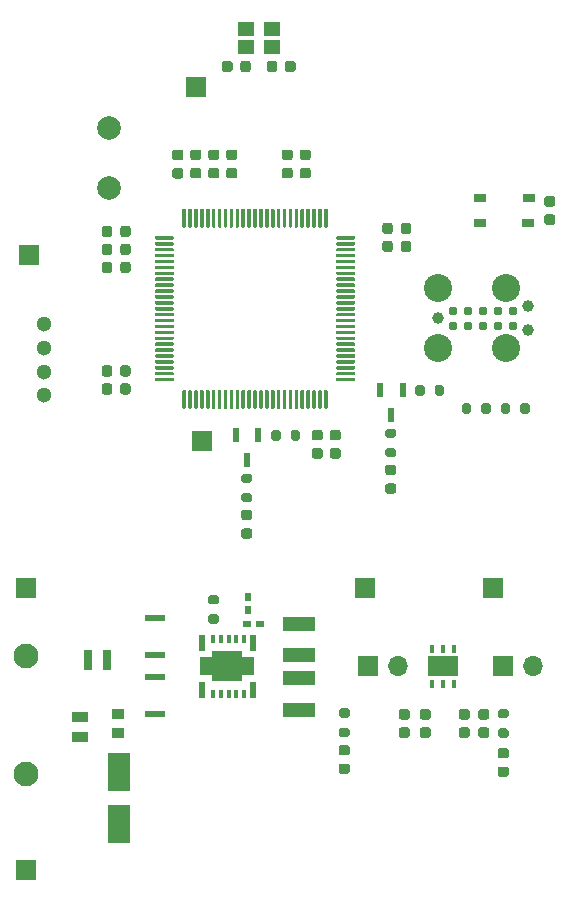
<source format=gbr>
%TF.GenerationSoftware,KiCad,Pcbnew,(5.1.9)-1*%
%TF.CreationDate,2021-03-30T23:29:10-04:00*%
%TF.ProjectId,BasicSTM32,42617369-6353-4544-9d33-322e6b696361,rev?*%
%TF.SameCoordinates,Original*%
%TF.FileFunction,Soldermask,Top*%
%TF.FilePolarity,Negative*%
%FSLAX46Y46*%
G04 Gerber Fmt 4.6, Leading zero omitted, Abs format (unit mm)*
G04 Created by KiCad (PCBNEW (5.1.9)-1) date 2021-03-30 23:29:10*
%MOMM*%
%LPD*%
G01*
G04 APERTURE LIST*
%ADD10C,1.300000*%
%ADD11R,1.700000X1.700000*%
%ADD12R,2.720000X1.260000*%
%ADD13R,1.820000X0.620000*%
%ADD14R,0.800000X1.800000*%
%ADD15C,2.100000*%
%ADD16R,1.400000X1.200000*%
%ADD17R,1.050000X0.650000*%
%ADD18R,0.600000X0.750000*%
%ADD19R,0.750000X0.600000*%
%ADD20R,1.000000X0.900000*%
%ADD21R,0.600000X1.300000*%
%ADD22C,0.787400*%
%ADD23C,2.374900*%
%ADD24C,0.990600*%
%ADD25O,1.700000X1.700000*%
%ADD26R,2.500000X1.750000*%
%ADD27R,0.400000X0.800000*%
%ADD28R,1.050000X1.500000*%
%ADD29R,2.500000X2.500000*%
%ADD30R,0.500000X1.400000*%
%ADD31R,0.350000X0.700000*%
%ADD32C,2.000000*%
%ADD33R,1.850000X3.250000*%
%ADD34R,1.470000X0.970000*%
G04 APERTURE END LIST*
D10*
%TO.C,J11*%
X71247000Y-104298000D03*
X71247000Y-102298000D03*
X71247000Y-100298000D03*
X71247000Y-98298000D03*
%TD*%
D11*
%TO.C,J2*%
X69723000Y-144526000D03*
%TD*%
%TO.C,C28*%
G36*
G01*
X82800000Y-84397000D02*
X82300000Y-84397000D01*
G75*
G02*
X82075000Y-84172000I0J225000D01*
G01*
X82075000Y-83722000D01*
G75*
G02*
X82300000Y-83497000I225000J0D01*
G01*
X82800000Y-83497000D01*
G75*
G02*
X83025000Y-83722000I0J-225000D01*
G01*
X83025000Y-84172000D01*
G75*
G02*
X82800000Y-84397000I-225000J0D01*
G01*
G37*
G36*
G01*
X82800000Y-85947000D02*
X82300000Y-85947000D01*
G75*
G02*
X82075000Y-85722000I0J225000D01*
G01*
X82075000Y-85272000D01*
G75*
G02*
X82300000Y-85047000I225000J0D01*
G01*
X82800000Y-85047000D01*
G75*
G02*
X83025000Y-85272000I0J-225000D01*
G01*
X83025000Y-85722000D01*
G75*
G02*
X82800000Y-85947000I-225000J0D01*
G01*
G37*
%TD*%
%TO.C,C27*%
G36*
G01*
X84324000Y-84384000D02*
X83824000Y-84384000D01*
G75*
G02*
X83599000Y-84159000I0J225000D01*
G01*
X83599000Y-83709000D01*
G75*
G02*
X83824000Y-83484000I225000J0D01*
G01*
X84324000Y-83484000D01*
G75*
G02*
X84549000Y-83709000I0J-225000D01*
G01*
X84549000Y-84159000D01*
G75*
G02*
X84324000Y-84384000I-225000J0D01*
G01*
G37*
G36*
G01*
X84324000Y-85934000D02*
X83824000Y-85934000D01*
G75*
G02*
X83599000Y-85709000I0J225000D01*
G01*
X83599000Y-85259000D01*
G75*
G02*
X83824000Y-85034000I225000J0D01*
G01*
X84324000Y-85034000D01*
G75*
G02*
X84549000Y-85259000I0J-225000D01*
G01*
X84549000Y-85709000D01*
G75*
G02*
X84324000Y-85934000I-225000J0D01*
G01*
G37*
%TD*%
D12*
%TO.C,C6*%
X92837000Y-126298000D03*
X92837000Y-123638000D03*
%TD*%
%TO.C,C5*%
X92837000Y-128270000D03*
X92837000Y-130930000D03*
%TD*%
D13*
%TO.C,C4*%
X80645000Y-126314000D03*
X80645000Y-123114000D03*
%TD*%
D14*
%TO.C,L1*%
X76530000Y-126746000D03*
X74930000Y-126746000D03*
%TD*%
D15*
%TO.C,J1*%
X69723000Y-136398000D03*
X69723000Y-126398000D03*
%TD*%
D16*
%TO.C,Y1*%
X88308000Y-73241000D03*
X90508000Y-73241000D03*
X90508000Y-74841000D03*
X88308000Y-74841000D03*
%TD*%
%TO.C,U1*%
G36*
G01*
X96043000Y-90817000D02*
X97493000Y-90817000D01*
G75*
G02*
X97568000Y-90892000I0J-75000D01*
G01*
X97568000Y-91042000D01*
G75*
G02*
X97493000Y-91117000I-75000J0D01*
G01*
X96043000Y-91117000D01*
G75*
G02*
X95968000Y-91042000I0J75000D01*
G01*
X95968000Y-90892000D01*
G75*
G02*
X96043000Y-90817000I75000J0D01*
G01*
G37*
G36*
G01*
X96043000Y-91317000D02*
X97493000Y-91317000D01*
G75*
G02*
X97568000Y-91392000I0J-75000D01*
G01*
X97568000Y-91542000D01*
G75*
G02*
X97493000Y-91617000I-75000J0D01*
G01*
X96043000Y-91617000D01*
G75*
G02*
X95968000Y-91542000I0J75000D01*
G01*
X95968000Y-91392000D01*
G75*
G02*
X96043000Y-91317000I75000J0D01*
G01*
G37*
G36*
G01*
X96043000Y-91817000D02*
X97493000Y-91817000D01*
G75*
G02*
X97568000Y-91892000I0J-75000D01*
G01*
X97568000Y-92042000D01*
G75*
G02*
X97493000Y-92117000I-75000J0D01*
G01*
X96043000Y-92117000D01*
G75*
G02*
X95968000Y-92042000I0J75000D01*
G01*
X95968000Y-91892000D01*
G75*
G02*
X96043000Y-91817000I75000J0D01*
G01*
G37*
G36*
G01*
X96043000Y-92317000D02*
X97493000Y-92317000D01*
G75*
G02*
X97568000Y-92392000I0J-75000D01*
G01*
X97568000Y-92542000D01*
G75*
G02*
X97493000Y-92617000I-75000J0D01*
G01*
X96043000Y-92617000D01*
G75*
G02*
X95968000Y-92542000I0J75000D01*
G01*
X95968000Y-92392000D01*
G75*
G02*
X96043000Y-92317000I75000J0D01*
G01*
G37*
G36*
G01*
X96043000Y-92817000D02*
X97493000Y-92817000D01*
G75*
G02*
X97568000Y-92892000I0J-75000D01*
G01*
X97568000Y-93042000D01*
G75*
G02*
X97493000Y-93117000I-75000J0D01*
G01*
X96043000Y-93117000D01*
G75*
G02*
X95968000Y-93042000I0J75000D01*
G01*
X95968000Y-92892000D01*
G75*
G02*
X96043000Y-92817000I75000J0D01*
G01*
G37*
G36*
G01*
X96043000Y-93317000D02*
X97493000Y-93317000D01*
G75*
G02*
X97568000Y-93392000I0J-75000D01*
G01*
X97568000Y-93542000D01*
G75*
G02*
X97493000Y-93617000I-75000J0D01*
G01*
X96043000Y-93617000D01*
G75*
G02*
X95968000Y-93542000I0J75000D01*
G01*
X95968000Y-93392000D01*
G75*
G02*
X96043000Y-93317000I75000J0D01*
G01*
G37*
G36*
G01*
X96043000Y-93817000D02*
X97493000Y-93817000D01*
G75*
G02*
X97568000Y-93892000I0J-75000D01*
G01*
X97568000Y-94042000D01*
G75*
G02*
X97493000Y-94117000I-75000J0D01*
G01*
X96043000Y-94117000D01*
G75*
G02*
X95968000Y-94042000I0J75000D01*
G01*
X95968000Y-93892000D01*
G75*
G02*
X96043000Y-93817000I75000J0D01*
G01*
G37*
G36*
G01*
X96043000Y-94317000D02*
X97493000Y-94317000D01*
G75*
G02*
X97568000Y-94392000I0J-75000D01*
G01*
X97568000Y-94542000D01*
G75*
G02*
X97493000Y-94617000I-75000J0D01*
G01*
X96043000Y-94617000D01*
G75*
G02*
X95968000Y-94542000I0J75000D01*
G01*
X95968000Y-94392000D01*
G75*
G02*
X96043000Y-94317000I75000J0D01*
G01*
G37*
G36*
G01*
X96043000Y-94817000D02*
X97493000Y-94817000D01*
G75*
G02*
X97568000Y-94892000I0J-75000D01*
G01*
X97568000Y-95042000D01*
G75*
G02*
X97493000Y-95117000I-75000J0D01*
G01*
X96043000Y-95117000D01*
G75*
G02*
X95968000Y-95042000I0J75000D01*
G01*
X95968000Y-94892000D01*
G75*
G02*
X96043000Y-94817000I75000J0D01*
G01*
G37*
G36*
G01*
X96043000Y-95317000D02*
X97493000Y-95317000D01*
G75*
G02*
X97568000Y-95392000I0J-75000D01*
G01*
X97568000Y-95542000D01*
G75*
G02*
X97493000Y-95617000I-75000J0D01*
G01*
X96043000Y-95617000D01*
G75*
G02*
X95968000Y-95542000I0J75000D01*
G01*
X95968000Y-95392000D01*
G75*
G02*
X96043000Y-95317000I75000J0D01*
G01*
G37*
G36*
G01*
X96043000Y-95817000D02*
X97493000Y-95817000D01*
G75*
G02*
X97568000Y-95892000I0J-75000D01*
G01*
X97568000Y-96042000D01*
G75*
G02*
X97493000Y-96117000I-75000J0D01*
G01*
X96043000Y-96117000D01*
G75*
G02*
X95968000Y-96042000I0J75000D01*
G01*
X95968000Y-95892000D01*
G75*
G02*
X96043000Y-95817000I75000J0D01*
G01*
G37*
G36*
G01*
X96043000Y-96317000D02*
X97493000Y-96317000D01*
G75*
G02*
X97568000Y-96392000I0J-75000D01*
G01*
X97568000Y-96542000D01*
G75*
G02*
X97493000Y-96617000I-75000J0D01*
G01*
X96043000Y-96617000D01*
G75*
G02*
X95968000Y-96542000I0J75000D01*
G01*
X95968000Y-96392000D01*
G75*
G02*
X96043000Y-96317000I75000J0D01*
G01*
G37*
G36*
G01*
X96043000Y-96817000D02*
X97493000Y-96817000D01*
G75*
G02*
X97568000Y-96892000I0J-75000D01*
G01*
X97568000Y-97042000D01*
G75*
G02*
X97493000Y-97117000I-75000J0D01*
G01*
X96043000Y-97117000D01*
G75*
G02*
X95968000Y-97042000I0J75000D01*
G01*
X95968000Y-96892000D01*
G75*
G02*
X96043000Y-96817000I75000J0D01*
G01*
G37*
G36*
G01*
X96043000Y-97317000D02*
X97493000Y-97317000D01*
G75*
G02*
X97568000Y-97392000I0J-75000D01*
G01*
X97568000Y-97542000D01*
G75*
G02*
X97493000Y-97617000I-75000J0D01*
G01*
X96043000Y-97617000D01*
G75*
G02*
X95968000Y-97542000I0J75000D01*
G01*
X95968000Y-97392000D01*
G75*
G02*
X96043000Y-97317000I75000J0D01*
G01*
G37*
G36*
G01*
X96043000Y-97817000D02*
X97493000Y-97817000D01*
G75*
G02*
X97568000Y-97892000I0J-75000D01*
G01*
X97568000Y-98042000D01*
G75*
G02*
X97493000Y-98117000I-75000J0D01*
G01*
X96043000Y-98117000D01*
G75*
G02*
X95968000Y-98042000I0J75000D01*
G01*
X95968000Y-97892000D01*
G75*
G02*
X96043000Y-97817000I75000J0D01*
G01*
G37*
G36*
G01*
X96043000Y-98317000D02*
X97493000Y-98317000D01*
G75*
G02*
X97568000Y-98392000I0J-75000D01*
G01*
X97568000Y-98542000D01*
G75*
G02*
X97493000Y-98617000I-75000J0D01*
G01*
X96043000Y-98617000D01*
G75*
G02*
X95968000Y-98542000I0J75000D01*
G01*
X95968000Y-98392000D01*
G75*
G02*
X96043000Y-98317000I75000J0D01*
G01*
G37*
G36*
G01*
X96043000Y-98817000D02*
X97493000Y-98817000D01*
G75*
G02*
X97568000Y-98892000I0J-75000D01*
G01*
X97568000Y-99042000D01*
G75*
G02*
X97493000Y-99117000I-75000J0D01*
G01*
X96043000Y-99117000D01*
G75*
G02*
X95968000Y-99042000I0J75000D01*
G01*
X95968000Y-98892000D01*
G75*
G02*
X96043000Y-98817000I75000J0D01*
G01*
G37*
G36*
G01*
X96043000Y-99317000D02*
X97493000Y-99317000D01*
G75*
G02*
X97568000Y-99392000I0J-75000D01*
G01*
X97568000Y-99542000D01*
G75*
G02*
X97493000Y-99617000I-75000J0D01*
G01*
X96043000Y-99617000D01*
G75*
G02*
X95968000Y-99542000I0J75000D01*
G01*
X95968000Y-99392000D01*
G75*
G02*
X96043000Y-99317000I75000J0D01*
G01*
G37*
G36*
G01*
X96043000Y-99817000D02*
X97493000Y-99817000D01*
G75*
G02*
X97568000Y-99892000I0J-75000D01*
G01*
X97568000Y-100042000D01*
G75*
G02*
X97493000Y-100117000I-75000J0D01*
G01*
X96043000Y-100117000D01*
G75*
G02*
X95968000Y-100042000I0J75000D01*
G01*
X95968000Y-99892000D01*
G75*
G02*
X96043000Y-99817000I75000J0D01*
G01*
G37*
G36*
G01*
X96043000Y-100317000D02*
X97493000Y-100317000D01*
G75*
G02*
X97568000Y-100392000I0J-75000D01*
G01*
X97568000Y-100542000D01*
G75*
G02*
X97493000Y-100617000I-75000J0D01*
G01*
X96043000Y-100617000D01*
G75*
G02*
X95968000Y-100542000I0J75000D01*
G01*
X95968000Y-100392000D01*
G75*
G02*
X96043000Y-100317000I75000J0D01*
G01*
G37*
G36*
G01*
X96043000Y-100817000D02*
X97493000Y-100817000D01*
G75*
G02*
X97568000Y-100892000I0J-75000D01*
G01*
X97568000Y-101042000D01*
G75*
G02*
X97493000Y-101117000I-75000J0D01*
G01*
X96043000Y-101117000D01*
G75*
G02*
X95968000Y-101042000I0J75000D01*
G01*
X95968000Y-100892000D01*
G75*
G02*
X96043000Y-100817000I75000J0D01*
G01*
G37*
G36*
G01*
X96043000Y-101317000D02*
X97493000Y-101317000D01*
G75*
G02*
X97568000Y-101392000I0J-75000D01*
G01*
X97568000Y-101542000D01*
G75*
G02*
X97493000Y-101617000I-75000J0D01*
G01*
X96043000Y-101617000D01*
G75*
G02*
X95968000Y-101542000I0J75000D01*
G01*
X95968000Y-101392000D01*
G75*
G02*
X96043000Y-101317000I75000J0D01*
G01*
G37*
G36*
G01*
X96043000Y-101817000D02*
X97493000Y-101817000D01*
G75*
G02*
X97568000Y-101892000I0J-75000D01*
G01*
X97568000Y-102042000D01*
G75*
G02*
X97493000Y-102117000I-75000J0D01*
G01*
X96043000Y-102117000D01*
G75*
G02*
X95968000Y-102042000I0J75000D01*
G01*
X95968000Y-101892000D01*
G75*
G02*
X96043000Y-101817000I75000J0D01*
G01*
G37*
G36*
G01*
X96043000Y-102317000D02*
X97493000Y-102317000D01*
G75*
G02*
X97568000Y-102392000I0J-75000D01*
G01*
X97568000Y-102542000D01*
G75*
G02*
X97493000Y-102617000I-75000J0D01*
G01*
X96043000Y-102617000D01*
G75*
G02*
X95968000Y-102542000I0J75000D01*
G01*
X95968000Y-102392000D01*
G75*
G02*
X96043000Y-102317000I75000J0D01*
G01*
G37*
G36*
G01*
X96043000Y-102817000D02*
X97493000Y-102817000D01*
G75*
G02*
X97568000Y-102892000I0J-75000D01*
G01*
X97568000Y-103042000D01*
G75*
G02*
X97493000Y-103117000I-75000J0D01*
G01*
X96043000Y-103117000D01*
G75*
G02*
X95968000Y-103042000I0J75000D01*
G01*
X95968000Y-102892000D01*
G75*
G02*
X96043000Y-102817000I75000J0D01*
G01*
G37*
G36*
G01*
X95018000Y-103842000D02*
X95168000Y-103842000D01*
G75*
G02*
X95243000Y-103917000I0J-75000D01*
G01*
X95243000Y-105367000D01*
G75*
G02*
X95168000Y-105442000I-75000J0D01*
G01*
X95018000Y-105442000D01*
G75*
G02*
X94943000Y-105367000I0J75000D01*
G01*
X94943000Y-103917000D01*
G75*
G02*
X95018000Y-103842000I75000J0D01*
G01*
G37*
G36*
G01*
X94518000Y-103842000D02*
X94668000Y-103842000D01*
G75*
G02*
X94743000Y-103917000I0J-75000D01*
G01*
X94743000Y-105367000D01*
G75*
G02*
X94668000Y-105442000I-75000J0D01*
G01*
X94518000Y-105442000D01*
G75*
G02*
X94443000Y-105367000I0J75000D01*
G01*
X94443000Y-103917000D01*
G75*
G02*
X94518000Y-103842000I75000J0D01*
G01*
G37*
G36*
G01*
X94018000Y-103842000D02*
X94168000Y-103842000D01*
G75*
G02*
X94243000Y-103917000I0J-75000D01*
G01*
X94243000Y-105367000D01*
G75*
G02*
X94168000Y-105442000I-75000J0D01*
G01*
X94018000Y-105442000D01*
G75*
G02*
X93943000Y-105367000I0J75000D01*
G01*
X93943000Y-103917000D01*
G75*
G02*
X94018000Y-103842000I75000J0D01*
G01*
G37*
G36*
G01*
X93518000Y-103842000D02*
X93668000Y-103842000D01*
G75*
G02*
X93743000Y-103917000I0J-75000D01*
G01*
X93743000Y-105367000D01*
G75*
G02*
X93668000Y-105442000I-75000J0D01*
G01*
X93518000Y-105442000D01*
G75*
G02*
X93443000Y-105367000I0J75000D01*
G01*
X93443000Y-103917000D01*
G75*
G02*
X93518000Y-103842000I75000J0D01*
G01*
G37*
G36*
G01*
X93018000Y-103842000D02*
X93168000Y-103842000D01*
G75*
G02*
X93243000Y-103917000I0J-75000D01*
G01*
X93243000Y-105367000D01*
G75*
G02*
X93168000Y-105442000I-75000J0D01*
G01*
X93018000Y-105442000D01*
G75*
G02*
X92943000Y-105367000I0J75000D01*
G01*
X92943000Y-103917000D01*
G75*
G02*
X93018000Y-103842000I75000J0D01*
G01*
G37*
G36*
G01*
X92518000Y-103842000D02*
X92668000Y-103842000D01*
G75*
G02*
X92743000Y-103917000I0J-75000D01*
G01*
X92743000Y-105367000D01*
G75*
G02*
X92668000Y-105442000I-75000J0D01*
G01*
X92518000Y-105442000D01*
G75*
G02*
X92443000Y-105367000I0J75000D01*
G01*
X92443000Y-103917000D01*
G75*
G02*
X92518000Y-103842000I75000J0D01*
G01*
G37*
G36*
G01*
X92018000Y-103842000D02*
X92168000Y-103842000D01*
G75*
G02*
X92243000Y-103917000I0J-75000D01*
G01*
X92243000Y-105367000D01*
G75*
G02*
X92168000Y-105442000I-75000J0D01*
G01*
X92018000Y-105442000D01*
G75*
G02*
X91943000Y-105367000I0J75000D01*
G01*
X91943000Y-103917000D01*
G75*
G02*
X92018000Y-103842000I75000J0D01*
G01*
G37*
G36*
G01*
X91518000Y-103842000D02*
X91668000Y-103842000D01*
G75*
G02*
X91743000Y-103917000I0J-75000D01*
G01*
X91743000Y-105367000D01*
G75*
G02*
X91668000Y-105442000I-75000J0D01*
G01*
X91518000Y-105442000D01*
G75*
G02*
X91443000Y-105367000I0J75000D01*
G01*
X91443000Y-103917000D01*
G75*
G02*
X91518000Y-103842000I75000J0D01*
G01*
G37*
G36*
G01*
X91018000Y-103842000D02*
X91168000Y-103842000D01*
G75*
G02*
X91243000Y-103917000I0J-75000D01*
G01*
X91243000Y-105367000D01*
G75*
G02*
X91168000Y-105442000I-75000J0D01*
G01*
X91018000Y-105442000D01*
G75*
G02*
X90943000Y-105367000I0J75000D01*
G01*
X90943000Y-103917000D01*
G75*
G02*
X91018000Y-103842000I75000J0D01*
G01*
G37*
G36*
G01*
X90518000Y-103842000D02*
X90668000Y-103842000D01*
G75*
G02*
X90743000Y-103917000I0J-75000D01*
G01*
X90743000Y-105367000D01*
G75*
G02*
X90668000Y-105442000I-75000J0D01*
G01*
X90518000Y-105442000D01*
G75*
G02*
X90443000Y-105367000I0J75000D01*
G01*
X90443000Y-103917000D01*
G75*
G02*
X90518000Y-103842000I75000J0D01*
G01*
G37*
G36*
G01*
X90018000Y-103842000D02*
X90168000Y-103842000D01*
G75*
G02*
X90243000Y-103917000I0J-75000D01*
G01*
X90243000Y-105367000D01*
G75*
G02*
X90168000Y-105442000I-75000J0D01*
G01*
X90018000Y-105442000D01*
G75*
G02*
X89943000Y-105367000I0J75000D01*
G01*
X89943000Y-103917000D01*
G75*
G02*
X90018000Y-103842000I75000J0D01*
G01*
G37*
G36*
G01*
X89518000Y-103842000D02*
X89668000Y-103842000D01*
G75*
G02*
X89743000Y-103917000I0J-75000D01*
G01*
X89743000Y-105367000D01*
G75*
G02*
X89668000Y-105442000I-75000J0D01*
G01*
X89518000Y-105442000D01*
G75*
G02*
X89443000Y-105367000I0J75000D01*
G01*
X89443000Y-103917000D01*
G75*
G02*
X89518000Y-103842000I75000J0D01*
G01*
G37*
G36*
G01*
X89018000Y-103842000D02*
X89168000Y-103842000D01*
G75*
G02*
X89243000Y-103917000I0J-75000D01*
G01*
X89243000Y-105367000D01*
G75*
G02*
X89168000Y-105442000I-75000J0D01*
G01*
X89018000Y-105442000D01*
G75*
G02*
X88943000Y-105367000I0J75000D01*
G01*
X88943000Y-103917000D01*
G75*
G02*
X89018000Y-103842000I75000J0D01*
G01*
G37*
G36*
G01*
X88518000Y-103842000D02*
X88668000Y-103842000D01*
G75*
G02*
X88743000Y-103917000I0J-75000D01*
G01*
X88743000Y-105367000D01*
G75*
G02*
X88668000Y-105442000I-75000J0D01*
G01*
X88518000Y-105442000D01*
G75*
G02*
X88443000Y-105367000I0J75000D01*
G01*
X88443000Y-103917000D01*
G75*
G02*
X88518000Y-103842000I75000J0D01*
G01*
G37*
G36*
G01*
X88018000Y-103842000D02*
X88168000Y-103842000D01*
G75*
G02*
X88243000Y-103917000I0J-75000D01*
G01*
X88243000Y-105367000D01*
G75*
G02*
X88168000Y-105442000I-75000J0D01*
G01*
X88018000Y-105442000D01*
G75*
G02*
X87943000Y-105367000I0J75000D01*
G01*
X87943000Y-103917000D01*
G75*
G02*
X88018000Y-103842000I75000J0D01*
G01*
G37*
G36*
G01*
X87518000Y-103842000D02*
X87668000Y-103842000D01*
G75*
G02*
X87743000Y-103917000I0J-75000D01*
G01*
X87743000Y-105367000D01*
G75*
G02*
X87668000Y-105442000I-75000J0D01*
G01*
X87518000Y-105442000D01*
G75*
G02*
X87443000Y-105367000I0J75000D01*
G01*
X87443000Y-103917000D01*
G75*
G02*
X87518000Y-103842000I75000J0D01*
G01*
G37*
G36*
G01*
X87018000Y-103842000D02*
X87168000Y-103842000D01*
G75*
G02*
X87243000Y-103917000I0J-75000D01*
G01*
X87243000Y-105367000D01*
G75*
G02*
X87168000Y-105442000I-75000J0D01*
G01*
X87018000Y-105442000D01*
G75*
G02*
X86943000Y-105367000I0J75000D01*
G01*
X86943000Y-103917000D01*
G75*
G02*
X87018000Y-103842000I75000J0D01*
G01*
G37*
G36*
G01*
X86518000Y-103842000D02*
X86668000Y-103842000D01*
G75*
G02*
X86743000Y-103917000I0J-75000D01*
G01*
X86743000Y-105367000D01*
G75*
G02*
X86668000Y-105442000I-75000J0D01*
G01*
X86518000Y-105442000D01*
G75*
G02*
X86443000Y-105367000I0J75000D01*
G01*
X86443000Y-103917000D01*
G75*
G02*
X86518000Y-103842000I75000J0D01*
G01*
G37*
G36*
G01*
X86018000Y-103842000D02*
X86168000Y-103842000D01*
G75*
G02*
X86243000Y-103917000I0J-75000D01*
G01*
X86243000Y-105367000D01*
G75*
G02*
X86168000Y-105442000I-75000J0D01*
G01*
X86018000Y-105442000D01*
G75*
G02*
X85943000Y-105367000I0J75000D01*
G01*
X85943000Y-103917000D01*
G75*
G02*
X86018000Y-103842000I75000J0D01*
G01*
G37*
G36*
G01*
X85518000Y-103842000D02*
X85668000Y-103842000D01*
G75*
G02*
X85743000Y-103917000I0J-75000D01*
G01*
X85743000Y-105367000D01*
G75*
G02*
X85668000Y-105442000I-75000J0D01*
G01*
X85518000Y-105442000D01*
G75*
G02*
X85443000Y-105367000I0J75000D01*
G01*
X85443000Y-103917000D01*
G75*
G02*
X85518000Y-103842000I75000J0D01*
G01*
G37*
G36*
G01*
X85018000Y-103842000D02*
X85168000Y-103842000D01*
G75*
G02*
X85243000Y-103917000I0J-75000D01*
G01*
X85243000Y-105367000D01*
G75*
G02*
X85168000Y-105442000I-75000J0D01*
G01*
X85018000Y-105442000D01*
G75*
G02*
X84943000Y-105367000I0J75000D01*
G01*
X84943000Y-103917000D01*
G75*
G02*
X85018000Y-103842000I75000J0D01*
G01*
G37*
G36*
G01*
X84518000Y-103842000D02*
X84668000Y-103842000D01*
G75*
G02*
X84743000Y-103917000I0J-75000D01*
G01*
X84743000Y-105367000D01*
G75*
G02*
X84668000Y-105442000I-75000J0D01*
G01*
X84518000Y-105442000D01*
G75*
G02*
X84443000Y-105367000I0J75000D01*
G01*
X84443000Y-103917000D01*
G75*
G02*
X84518000Y-103842000I75000J0D01*
G01*
G37*
G36*
G01*
X84018000Y-103842000D02*
X84168000Y-103842000D01*
G75*
G02*
X84243000Y-103917000I0J-75000D01*
G01*
X84243000Y-105367000D01*
G75*
G02*
X84168000Y-105442000I-75000J0D01*
G01*
X84018000Y-105442000D01*
G75*
G02*
X83943000Y-105367000I0J75000D01*
G01*
X83943000Y-103917000D01*
G75*
G02*
X84018000Y-103842000I75000J0D01*
G01*
G37*
G36*
G01*
X83518000Y-103842000D02*
X83668000Y-103842000D01*
G75*
G02*
X83743000Y-103917000I0J-75000D01*
G01*
X83743000Y-105367000D01*
G75*
G02*
X83668000Y-105442000I-75000J0D01*
G01*
X83518000Y-105442000D01*
G75*
G02*
X83443000Y-105367000I0J75000D01*
G01*
X83443000Y-103917000D01*
G75*
G02*
X83518000Y-103842000I75000J0D01*
G01*
G37*
G36*
G01*
X83018000Y-103842000D02*
X83168000Y-103842000D01*
G75*
G02*
X83243000Y-103917000I0J-75000D01*
G01*
X83243000Y-105367000D01*
G75*
G02*
X83168000Y-105442000I-75000J0D01*
G01*
X83018000Y-105442000D01*
G75*
G02*
X82943000Y-105367000I0J75000D01*
G01*
X82943000Y-103917000D01*
G75*
G02*
X83018000Y-103842000I75000J0D01*
G01*
G37*
G36*
G01*
X80693000Y-102817000D02*
X82143000Y-102817000D01*
G75*
G02*
X82218000Y-102892000I0J-75000D01*
G01*
X82218000Y-103042000D01*
G75*
G02*
X82143000Y-103117000I-75000J0D01*
G01*
X80693000Y-103117000D01*
G75*
G02*
X80618000Y-103042000I0J75000D01*
G01*
X80618000Y-102892000D01*
G75*
G02*
X80693000Y-102817000I75000J0D01*
G01*
G37*
G36*
G01*
X80693000Y-102317000D02*
X82143000Y-102317000D01*
G75*
G02*
X82218000Y-102392000I0J-75000D01*
G01*
X82218000Y-102542000D01*
G75*
G02*
X82143000Y-102617000I-75000J0D01*
G01*
X80693000Y-102617000D01*
G75*
G02*
X80618000Y-102542000I0J75000D01*
G01*
X80618000Y-102392000D01*
G75*
G02*
X80693000Y-102317000I75000J0D01*
G01*
G37*
G36*
G01*
X80693000Y-101817000D02*
X82143000Y-101817000D01*
G75*
G02*
X82218000Y-101892000I0J-75000D01*
G01*
X82218000Y-102042000D01*
G75*
G02*
X82143000Y-102117000I-75000J0D01*
G01*
X80693000Y-102117000D01*
G75*
G02*
X80618000Y-102042000I0J75000D01*
G01*
X80618000Y-101892000D01*
G75*
G02*
X80693000Y-101817000I75000J0D01*
G01*
G37*
G36*
G01*
X80693000Y-101317000D02*
X82143000Y-101317000D01*
G75*
G02*
X82218000Y-101392000I0J-75000D01*
G01*
X82218000Y-101542000D01*
G75*
G02*
X82143000Y-101617000I-75000J0D01*
G01*
X80693000Y-101617000D01*
G75*
G02*
X80618000Y-101542000I0J75000D01*
G01*
X80618000Y-101392000D01*
G75*
G02*
X80693000Y-101317000I75000J0D01*
G01*
G37*
G36*
G01*
X80693000Y-100817000D02*
X82143000Y-100817000D01*
G75*
G02*
X82218000Y-100892000I0J-75000D01*
G01*
X82218000Y-101042000D01*
G75*
G02*
X82143000Y-101117000I-75000J0D01*
G01*
X80693000Y-101117000D01*
G75*
G02*
X80618000Y-101042000I0J75000D01*
G01*
X80618000Y-100892000D01*
G75*
G02*
X80693000Y-100817000I75000J0D01*
G01*
G37*
G36*
G01*
X80693000Y-100317000D02*
X82143000Y-100317000D01*
G75*
G02*
X82218000Y-100392000I0J-75000D01*
G01*
X82218000Y-100542000D01*
G75*
G02*
X82143000Y-100617000I-75000J0D01*
G01*
X80693000Y-100617000D01*
G75*
G02*
X80618000Y-100542000I0J75000D01*
G01*
X80618000Y-100392000D01*
G75*
G02*
X80693000Y-100317000I75000J0D01*
G01*
G37*
G36*
G01*
X80693000Y-99817000D02*
X82143000Y-99817000D01*
G75*
G02*
X82218000Y-99892000I0J-75000D01*
G01*
X82218000Y-100042000D01*
G75*
G02*
X82143000Y-100117000I-75000J0D01*
G01*
X80693000Y-100117000D01*
G75*
G02*
X80618000Y-100042000I0J75000D01*
G01*
X80618000Y-99892000D01*
G75*
G02*
X80693000Y-99817000I75000J0D01*
G01*
G37*
G36*
G01*
X80693000Y-99317000D02*
X82143000Y-99317000D01*
G75*
G02*
X82218000Y-99392000I0J-75000D01*
G01*
X82218000Y-99542000D01*
G75*
G02*
X82143000Y-99617000I-75000J0D01*
G01*
X80693000Y-99617000D01*
G75*
G02*
X80618000Y-99542000I0J75000D01*
G01*
X80618000Y-99392000D01*
G75*
G02*
X80693000Y-99317000I75000J0D01*
G01*
G37*
G36*
G01*
X80693000Y-98817000D02*
X82143000Y-98817000D01*
G75*
G02*
X82218000Y-98892000I0J-75000D01*
G01*
X82218000Y-99042000D01*
G75*
G02*
X82143000Y-99117000I-75000J0D01*
G01*
X80693000Y-99117000D01*
G75*
G02*
X80618000Y-99042000I0J75000D01*
G01*
X80618000Y-98892000D01*
G75*
G02*
X80693000Y-98817000I75000J0D01*
G01*
G37*
G36*
G01*
X80693000Y-98317000D02*
X82143000Y-98317000D01*
G75*
G02*
X82218000Y-98392000I0J-75000D01*
G01*
X82218000Y-98542000D01*
G75*
G02*
X82143000Y-98617000I-75000J0D01*
G01*
X80693000Y-98617000D01*
G75*
G02*
X80618000Y-98542000I0J75000D01*
G01*
X80618000Y-98392000D01*
G75*
G02*
X80693000Y-98317000I75000J0D01*
G01*
G37*
G36*
G01*
X80693000Y-97817000D02*
X82143000Y-97817000D01*
G75*
G02*
X82218000Y-97892000I0J-75000D01*
G01*
X82218000Y-98042000D01*
G75*
G02*
X82143000Y-98117000I-75000J0D01*
G01*
X80693000Y-98117000D01*
G75*
G02*
X80618000Y-98042000I0J75000D01*
G01*
X80618000Y-97892000D01*
G75*
G02*
X80693000Y-97817000I75000J0D01*
G01*
G37*
G36*
G01*
X80693000Y-97317000D02*
X82143000Y-97317000D01*
G75*
G02*
X82218000Y-97392000I0J-75000D01*
G01*
X82218000Y-97542000D01*
G75*
G02*
X82143000Y-97617000I-75000J0D01*
G01*
X80693000Y-97617000D01*
G75*
G02*
X80618000Y-97542000I0J75000D01*
G01*
X80618000Y-97392000D01*
G75*
G02*
X80693000Y-97317000I75000J0D01*
G01*
G37*
G36*
G01*
X80693000Y-96817000D02*
X82143000Y-96817000D01*
G75*
G02*
X82218000Y-96892000I0J-75000D01*
G01*
X82218000Y-97042000D01*
G75*
G02*
X82143000Y-97117000I-75000J0D01*
G01*
X80693000Y-97117000D01*
G75*
G02*
X80618000Y-97042000I0J75000D01*
G01*
X80618000Y-96892000D01*
G75*
G02*
X80693000Y-96817000I75000J0D01*
G01*
G37*
G36*
G01*
X80693000Y-96317000D02*
X82143000Y-96317000D01*
G75*
G02*
X82218000Y-96392000I0J-75000D01*
G01*
X82218000Y-96542000D01*
G75*
G02*
X82143000Y-96617000I-75000J0D01*
G01*
X80693000Y-96617000D01*
G75*
G02*
X80618000Y-96542000I0J75000D01*
G01*
X80618000Y-96392000D01*
G75*
G02*
X80693000Y-96317000I75000J0D01*
G01*
G37*
G36*
G01*
X80693000Y-95817000D02*
X82143000Y-95817000D01*
G75*
G02*
X82218000Y-95892000I0J-75000D01*
G01*
X82218000Y-96042000D01*
G75*
G02*
X82143000Y-96117000I-75000J0D01*
G01*
X80693000Y-96117000D01*
G75*
G02*
X80618000Y-96042000I0J75000D01*
G01*
X80618000Y-95892000D01*
G75*
G02*
X80693000Y-95817000I75000J0D01*
G01*
G37*
G36*
G01*
X80693000Y-95317000D02*
X82143000Y-95317000D01*
G75*
G02*
X82218000Y-95392000I0J-75000D01*
G01*
X82218000Y-95542000D01*
G75*
G02*
X82143000Y-95617000I-75000J0D01*
G01*
X80693000Y-95617000D01*
G75*
G02*
X80618000Y-95542000I0J75000D01*
G01*
X80618000Y-95392000D01*
G75*
G02*
X80693000Y-95317000I75000J0D01*
G01*
G37*
G36*
G01*
X80693000Y-94817000D02*
X82143000Y-94817000D01*
G75*
G02*
X82218000Y-94892000I0J-75000D01*
G01*
X82218000Y-95042000D01*
G75*
G02*
X82143000Y-95117000I-75000J0D01*
G01*
X80693000Y-95117000D01*
G75*
G02*
X80618000Y-95042000I0J75000D01*
G01*
X80618000Y-94892000D01*
G75*
G02*
X80693000Y-94817000I75000J0D01*
G01*
G37*
G36*
G01*
X80693000Y-94317000D02*
X82143000Y-94317000D01*
G75*
G02*
X82218000Y-94392000I0J-75000D01*
G01*
X82218000Y-94542000D01*
G75*
G02*
X82143000Y-94617000I-75000J0D01*
G01*
X80693000Y-94617000D01*
G75*
G02*
X80618000Y-94542000I0J75000D01*
G01*
X80618000Y-94392000D01*
G75*
G02*
X80693000Y-94317000I75000J0D01*
G01*
G37*
G36*
G01*
X80693000Y-93817000D02*
X82143000Y-93817000D01*
G75*
G02*
X82218000Y-93892000I0J-75000D01*
G01*
X82218000Y-94042000D01*
G75*
G02*
X82143000Y-94117000I-75000J0D01*
G01*
X80693000Y-94117000D01*
G75*
G02*
X80618000Y-94042000I0J75000D01*
G01*
X80618000Y-93892000D01*
G75*
G02*
X80693000Y-93817000I75000J0D01*
G01*
G37*
G36*
G01*
X80693000Y-93317000D02*
X82143000Y-93317000D01*
G75*
G02*
X82218000Y-93392000I0J-75000D01*
G01*
X82218000Y-93542000D01*
G75*
G02*
X82143000Y-93617000I-75000J0D01*
G01*
X80693000Y-93617000D01*
G75*
G02*
X80618000Y-93542000I0J75000D01*
G01*
X80618000Y-93392000D01*
G75*
G02*
X80693000Y-93317000I75000J0D01*
G01*
G37*
G36*
G01*
X80693000Y-92817000D02*
X82143000Y-92817000D01*
G75*
G02*
X82218000Y-92892000I0J-75000D01*
G01*
X82218000Y-93042000D01*
G75*
G02*
X82143000Y-93117000I-75000J0D01*
G01*
X80693000Y-93117000D01*
G75*
G02*
X80618000Y-93042000I0J75000D01*
G01*
X80618000Y-92892000D01*
G75*
G02*
X80693000Y-92817000I75000J0D01*
G01*
G37*
G36*
G01*
X80693000Y-92317000D02*
X82143000Y-92317000D01*
G75*
G02*
X82218000Y-92392000I0J-75000D01*
G01*
X82218000Y-92542000D01*
G75*
G02*
X82143000Y-92617000I-75000J0D01*
G01*
X80693000Y-92617000D01*
G75*
G02*
X80618000Y-92542000I0J75000D01*
G01*
X80618000Y-92392000D01*
G75*
G02*
X80693000Y-92317000I75000J0D01*
G01*
G37*
G36*
G01*
X80693000Y-91817000D02*
X82143000Y-91817000D01*
G75*
G02*
X82218000Y-91892000I0J-75000D01*
G01*
X82218000Y-92042000D01*
G75*
G02*
X82143000Y-92117000I-75000J0D01*
G01*
X80693000Y-92117000D01*
G75*
G02*
X80618000Y-92042000I0J75000D01*
G01*
X80618000Y-91892000D01*
G75*
G02*
X80693000Y-91817000I75000J0D01*
G01*
G37*
G36*
G01*
X80693000Y-91317000D02*
X82143000Y-91317000D01*
G75*
G02*
X82218000Y-91392000I0J-75000D01*
G01*
X82218000Y-91542000D01*
G75*
G02*
X82143000Y-91617000I-75000J0D01*
G01*
X80693000Y-91617000D01*
G75*
G02*
X80618000Y-91542000I0J75000D01*
G01*
X80618000Y-91392000D01*
G75*
G02*
X80693000Y-91317000I75000J0D01*
G01*
G37*
G36*
G01*
X80693000Y-90817000D02*
X82143000Y-90817000D01*
G75*
G02*
X82218000Y-90892000I0J-75000D01*
G01*
X82218000Y-91042000D01*
G75*
G02*
X82143000Y-91117000I-75000J0D01*
G01*
X80693000Y-91117000D01*
G75*
G02*
X80618000Y-91042000I0J75000D01*
G01*
X80618000Y-90892000D01*
G75*
G02*
X80693000Y-90817000I75000J0D01*
G01*
G37*
G36*
G01*
X83018000Y-88492000D02*
X83168000Y-88492000D01*
G75*
G02*
X83243000Y-88567000I0J-75000D01*
G01*
X83243000Y-90017000D01*
G75*
G02*
X83168000Y-90092000I-75000J0D01*
G01*
X83018000Y-90092000D01*
G75*
G02*
X82943000Y-90017000I0J75000D01*
G01*
X82943000Y-88567000D01*
G75*
G02*
X83018000Y-88492000I75000J0D01*
G01*
G37*
G36*
G01*
X83518000Y-88492000D02*
X83668000Y-88492000D01*
G75*
G02*
X83743000Y-88567000I0J-75000D01*
G01*
X83743000Y-90017000D01*
G75*
G02*
X83668000Y-90092000I-75000J0D01*
G01*
X83518000Y-90092000D01*
G75*
G02*
X83443000Y-90017000I0J75000D01*
G01*
X83443000Y-88567000D01*
G75*
G02*
X83518000Y-88492000I75000J0D01*
G01*
G37*
G36*
G01*
X84018000Y-88492000D02*
X84168000Y-88492000D01*
G75*
G02*
X84243000Y-88567000I0J-75000D01*
G01*
X84243000Y-90017000D01*
G75*
G02*
X84168000Y-90092000I-75000J0D01*
G01*
X84018000Y-90092000D01*
G75*
G02*
X83943000Y-90017000I0J75000D01*
G01*
X83943000Y-88567000D01*
G75*
G02*
X84018000Y-88492000I75000J0D01*
G01*
G37*
G36*
G01*
X84518000Y-88492000D02*
X84668000Y-88492000D01*
G75*
G02*
X84743000Y-88567000I0J-75000D01*
G01*
X84743000Y-90017000D01*
G75*
G02*
X84668000Y-90092000I-75000J0D01*
G01*
X84518000Y-90092000D01*
G75*
G02*
X84443000Y-90017000I0J75000D01*
G01*
X84443000Y-88567000D01*
G75*
G02*
X84518000Y-88492000I75000J0D01*
G01*
G37*
G36*
G01*
X85018000Y-88492000D02*
X85168000Y-88492000D01*
G75*
G02*
X85243000Y-88567000I0J-75000D01*
G01*
X85243000Y-90017000D01*
G75*
G02*
X85168000Y-90092000I-75000J0D01*
G01*
X85018000Y-90092000D01*
G75*
G02*
X84943000Y-90017000I0J75000D01*
G01*
X84943000Y-88567000D01*
G75*
G02*
X85018000Y-88492000I75000J0D01*
G01*
G37*
G36*
G01*
X85518000Y-88492000D02*
X85668000Y-88492000D01*
G75*
G02*
X85743000Y-88567000I0J-75000D01*
G01*
X85743000Y-90017000D01*
G75*
G02*
X85668000Y-90092000I-75000J0D01*
G01*
X85518000Y-90092000D01*
G75*
G02*
X85443000Y-90017000I0J75000D01*
G01*
X85443000Y-88567000D01*
G75*
G02*
X85518000Y-88492000I75000J0D01*
G01*
G37*
G36*
G01*
X86018000Y-88492000D02*
X86168000Y-88492000D01*
G75*
G02*
X86243000Y-88567000I0J-75000D01*
G01*
X86243000Y-90017000D01*
G75*
G02*
X86168000Y-90092000I-75000J0D01*
G01*
X86018000Y-90092000D01*
G75*
G02*
X85943000Y-90017000I0J75000D01*
G01*
X85943000Y-88567000D01*
G75*
G02*
X86018000Y-88492000I75000J0D01*
G01*
G37*
G36*
G01*
X86518000Y-88492000D02*
X86668000Y-88492000D01*
G75*
G02*
X86743000Y-88567000I0J-75000D01*
G01*
X86743000Y-90017000D01*
G75*
G02*
X86668000Y-90092000I-75000J0D01*
G01*
X86518000Y-90092000D01*
G75*
G02*
X86443000Y-90017000I0J75000D01*
G01*
X86443000Y-88567000D01*
G75*
G02*
X86518000Y-88492000I75000J0D01*
G01*
G37*
G36*
G01*
X87018000Y-88492000D02*
X87168000Y-88492000D01*
G75*
G02*
X87243000Y-88567000I0J-75000D01*
G01*
X87243000Y-90017000D01*
G75*
G02*
X87168000Y-90092000I-75000J0D01*
G01*
X87018000Y-90092000D01*
G75*
G02*
X86943000Y-90017000I0J75000D01*
G01*
X86943000Y-88567000D01*
G75*
G02*
X87018000Y-88492000I75000J0D01*
G01*
G37*
G36*
G01*
X87518000Y-88492000D02*
X87668000Y-88492000D01*
G75*
G02*
X87743000Y-88567000I0J-75000D01*
G01*
X87743000Y-90017000D01*
G75*
G02*
X87668000Y-90092000I-75000J0D01*
G01*
X87518000Y-90092000D01*
G75*
G02*
X87443000Y-90017000I0J75000D01*
G01*
X87443000Y-88567000D01*
G75*
G02*
X87518000Y-88492000I75000J0D01*
G01*
G37*
G36*
G01*
X88018000Y-88492000D02*
X88168000Y-88492000D01*
G75*
G02*
X88243000Y-88567000I0J-75000D01*
G01*
X88243000Y-90017000D01*
G75*
G02*
X88168000Y-90092000I-75000J0D01*
G01*
X88018000Y-90092000D01*
G75*
G02*
X87943000Y-90017000I0J75000D01*
G01*
X87943000Y-88567000D01*
G75*
G02*
X88018000Y-88492000I75000J0D01*
G01*
G37*
G36*
G01*
X88518000Y-88492000D02*
X88668000Y-88492000D01*
G75*
G02*
X88743000Y-88567000I0J-75000D01*
G01*
X88743000Y-90017000D01*
G75*
G02*
X88668000Y-90092000I-75000J0D01*
G01*
X88518000Y-90092000D01*
G75*
G02*
X88443000Y-90017000I0J75000D01*
G01*
X88443000Y-88567000D01*
G75*
G02*
X88518000Y-88492000I75000J0D01*
G01*
G37*
G36*
G01*
X89018000Y-88492000D02*
X89168000Y-88492000D01*
G75*
G02*
X89243000Y-88567000I0J-75000D01*
G01*
X89243000Y-90017000D01*
G75*
G02*
X89168000Y-90092000I-75000J0D01*
G01*
X89018000Y-90092000D01*
G75*
G02*
X88943000Y-90017000I0J75000D01*
G01*
X88943000Y-88567000D01*
G75*
G02*
X89018000Y-88492000I75000J0D01*
G01*
G37*
G36*
G01*
X89518000Y-88492000D02*
X89668000Y-88492000D01*
G75*
G02*
X89743000Y-88567000I0J-75000D01*
G01*
X89743000Y-90017000D01*
G75*
G02*
X89668000Y-90092000I-75000J0D01*
G01*
X89518000Y-90092000D01*
G75*
G02*
X89443000Y-90017000I0J75000D01*
G01*
X89443000Y-88567000D01*
G75*
G02*
X89518000Y-88492000I75000J0D01*
G01*
G37*
G36*
G01*
X90018000Y-88492000D02*
X90168000Y-88492000D01*
G75*
G02*
X90243000Y-88567000I0J-75000D01*
G01*
X90243000Y-90017000D01*
G75*
G02*
X90168000Y-90092000I-75000J0D01*
G01*
X90018000Y-90092000D01*
G75*
G02*
X89943000Y-90017000I0J75000D01*
G01*
X89943000Y-88567000D01*
G75*
G02*
X90018000Y-88492000I75000J0D01*
G01*
G37*
G36*
G01*
X90518000Y-88492000D02*
X90668000Y-88492000D01*
G75*
G02*
X90743000Y-88567000I0J-75000D01*
G01*
X90743000Y-90017000D01*
G75*
G02*
X90668000Y-90092000I-75000J0D01*
G01*
X90518000Y-90092000D01*
G75*
G02*
X90443000Y-90017000I0J75000D01*
G01*
X90443000Y-88567000D01*
G75*
G02*
X90518000Y-88492000I75000J0D01*
G01*
G37*
G36*
G01*
X91018000Y-88492000D02*
X91168000Y-88492000D01*
G75*
G02*
X91243000Y-88567000I0J-75000D01*
G01*
X91243000Y-90017000D01*
G75*
G02*
X91168000Y-90092000I-75000J0D01*
G01*
X91018000Y-90092000D01*
G75*
G02*
X90943000Y-90017000I0J75000D01*
G01*
X90943000Y-88567000D01*
G75*
G02*
X91018000Y-88492000I75000J0D01*
G01*
G37*
G36*
G01*
X91518000Y-88492000D02*
X91668000Y-88492000D01*
G75*
G02*
X91743000Y-88567000I0J-75000D01*
G01*
X91743000Y-90017000D01*
G75*
G02*
X91668000Y-90092000I-75000J0D01*
G01*
X91518000Y-90092000D01*
G75*
G02*
X91443000Y-90017000I0J75000D01*
G01*
X91443000Y-88567000D01*
G75*
G02*
X91518000Y-88492000I75000J0D01*
G01*
G37*
G36*
G01*
X92018000Y-88492000D02*
X92168000Y-88492000D01*
G75*
G02*
X92243000Y-88567000I0J-75000D01*
G01*
X92243000Y-90017000D01*
G75*
G02*
X92168000Y-90092000I-75000J0D01*
G01*
X92018000Y-90092000D01*
G75*
G02*
X91943000Y-90017000I0J75000D01*
G01*
X91943000Y-88567000D01*
G75*
G02*
X92018000Y-88492000I75000J0D01*
G01*
G37*
G36*
G01*
X92518000Y-88492000D02*
X92668000Y-88492000D01*
G75*
G02*
X92743000Y-88567000I0J-75000D01*
G01*
X92743000Y-90017000D01*
G75*
G02*
X92668000Y-90092000I-75000J0D01*
G01*
X92518000Y-90092000D01*
G75*
G02*
X92443000Y-90017000I0J75000D01*
G01*
X92443000Y-88567000D01*
G75*
G02*
X92518000Y-88492000I75000J0D01*
G01*
G37*
G36*
G01*
X93018000Y-88492000D02*
X93168000Y-88492000D01*
G75*
G02*
X93243000Y-88567000I0J-75000D01*
G01*
X93243000Y-90017000D01*
G75*
G02*
X93168000Y-90092000I-75000J0D01*
G01*
X93018000Y-90092000D01*
G75*
G02*
X92943000Y-90017000I0J75000D01*
G01*
X92943000Y-88567000D01*
G75*
G02*
X93018000Y-88492000I75000J0D01*
G01*
G37*
G36*
G01*
X93518000Y-88492000D02*
X93668000Y-88492000D01*
G75*
G02*
X93743000Y-88567000I0J-75000D01*
G01*
X93743000Y-90017000D01*
G75*
G02*
X93668000Y-90092000I-75000J0D01*
G01*
X93518000Y-90092000D01*
G75*
G02*
X93443000Y-90017000I0J75000D01*
G01*
X93443000Y-88567000D01*
G75*
G02*
X93518000Y-88492000I75000J0D01*
G01*
G37*
G36*
G01*
X94018000Y-88492000D02*
X94168000Y-88492000D01*
G75*
G02*
X94243000Y-88567000I0J-75000D01*
G01*
X94243000Y-90017000D01*
G75*
G02*
X94168000Y-90092000I-75000J0D01*
G01*
X94018000Y-90092000D01*
G75*
G02*
X93943000Y-90017000I0J75000D01*
G01*
X93943000Y-88567000D01*
G75*
G02*
X94018000Y-88492000I75000J0D01*
G01*
G37*
G36*
G01*
X94518000Y-88492000D02*
X94668000Y-88492000D01*
G75*
G02*
X94743000Y-88567000I0J-75000D01*
G01*
X94743000Y-90017000D01*
G75*
G02*
X94668000Y-90092000I-75000J0D01*
G01*
X94518000Y-90092000D01*
G75*
G02*
X94443000Y-90017000I0J75000D01*
G01*
X94443000Y-88567000D01*
G75*
G02*
X94518000Y-88492000I75000J0D01*
G01*
G37*
G36*
G01*
X95018000Y-88492000D02*
X95168000Y-88492000D01*
G75*
G02*
X95243000Y-88567000I0J-75000D01*
G01*
X95243000Y-90017000D01*
G75*
G02*
X95168000Y-90092000I-75000J0D01*
G01*
X95018000Y-90092000D01*
G75*
G02*
X94943000Y-90017000I0J75000D01*
G01*
X94943000Y-88567000D01*
G75*
G02*
X95018000Y-88492000I75000J0D01*
G01*
G37*
%TD*%
D17*
%TO.C,SW1*%
X112242600Y-89721000D03*
X112267600Y-87571000D03*
X108117600Y-89721000D03*
X108117600Y-87571000D03*
%TD*%
%TO.C,R12*%
G36*
G01*
X111550000Y-105685000D02*
X111550000Y-105135000D01*
G75*
G02*
X111750000Y-104935000I200000J0D01*
G01*
X112150000Y-104935000D01*
G75*
G02*
X112350000Y-105135000I0J-200000D01*
G01*
X112350000Y-105685000D01*
G75*
G02*
X112150000Y-105885000I-200000J0D01*
G01*
X111750000Y-105885000D01*
G75*
G02*
X111550000Y-105685000I0J200000D01*
G01*
G37*
G36*
G01*
X109900000Y-105685000D02*
X109900000Y-105135000D01*
G75*
G02*
X110100000Y-104935000I200000J0D01*
G01*
X110500000Y-104935000D01*
G75*
G02*
X110700000Y-105135000I0J-200000D01*
G01*
X110700000Y-105685000D01*
G75*
G02*
X110500000Y-105885000I-200000J0D01*
G01*
X110100000Y-105885000D01*
G75*
G02*
X109900000Y-105685000I0J200000D01*
G01*
G37*
%TD*%
%TO.C,R11*%
G36*
G01*
X100859000Y-107906000D02*
X100309000Y-107906000D01*
G75*
G02*
X100109000Y-107706000I0J200000D01*
G01*
X100109000Y-107306000D01*
G75*
G02*
X100309000Y-107106000I200000J0D01*
G01*
X100859000Y-107106000D01*
G75*
G02*
X101059000Y-107306000I0J-200000D01*
G01*
X101059000Y-107706000D01*
G75*
G02*
X100859000Y-107906000I-200000J0D01*
G01*
G37*
G36*
G01*
X100859000Y-109556000D02*
X100309000Y-109556000D01*
G75*
G02*
X100109000Y-109356000I0J200000D01*
G01*
X100109000Y-108956000D01*
G75*
G02*
X100309000Y-108756000I200000J0D01*
G01*
X100859000Y-108756000D01*
G75*
G02*
X101059000Y-108956000I0J-200000D01*
G01*
X101059000Y-109356000D01*
G75*
G02*
X100859000Y-109556000I-200000J0D01*
G01*
G37*
%TD*%
%TO.C,R10*%
G36*
G01*
X108248000Y-105685000D02*
X108248000Y-105135000D01*
G75*
G02*
X108448000Y-104935000I200000J0D01*
G01*
X108848000Y-104935000D01*
G75*
G02*
X109048000Y-105135000I0J-200000D01*
G01*
X109048000Y-105685000D01*
G75*
G02*
X108848000Y-105885000I-200000J0D01*
G01*
X108448000Y-105885000D01*
G75*
G02*
X108248000Y-105685000I0J200000D01*
G01*
G37*
G36*
G01*
X106598000Y-105685000D02*
X106598000Y-105135000D01*
G75*
G02*
X106798000Y-104935000I200000J0D01*
G01*
X107198000Y-104935000D01*
G75*
G02*
X107398000Y-105135000I0J-200000D01*
G01*
X107398000Y-105685000D01*
G75*
G02*
X107198000Y-105885000I-200000J0D01*
G01*
X106798000Y-105885000D01*
G75*
G02*
X106598000Y-105685000I0J200000D01*
G01*
G37*
%TD*%
%TO.C,R9*%
G36*
G01*
X88667000Y-111716000D02*
X88117000Y-111716000D01*
G75*
G02*
X87917000Y-111516000I0J200000D01*
G01*
X87917000Y-111116000D01*
G75*
G02*
X88117000Y-110916000I200000J0D01*
G01*
X88667000Y-110916000D01*
G75*
G02*
X88867000Y-111116000I0J-200000D01*
G01*
X88867000Y-111516000D01*
G75*
G02*
X88667000Y-111716000I-200000J0D01*
G01*
G37*
G36*
G01*
X88667000Y-113366000D02*
X88117000Y-113366000D01*
G75*
G02*
X87917000Y-113166000I0J200000D01*
G01*
X87917000Y-112766000D01*
G75*
G02*
X88117000Y-112566000I200000J0D01*
G01*
X88667000Y-112566000D01*
G75*
G02*
X88867000Y-112766000I0J-200000D01*
G01*
X88867000Y-113166000D01*
G75*
G02*
X88667000Y-113366000I-200000J0D01*
G01*
G37*
%TD*%
%TO.C,R8*%
G36*
G01*
X103461000Y-103611000D02*
X103461000Y-104161000D01*
G75*
G02*
X103261000Y-104361000I-200000J0D01*
G01*
X102861000Y-104361000D01*
G75*
G02*
X102661000Y-104161000I0J200000D01*
G01*
X102661000Y-103611000D01*
G75*
G02*
X102861000Y-103411000I200000J0D01*
G01*
X103261000Y-103411000D01*
G75*
G02*
X103461000Y-103611000I0J-200000D01*
G01*
G37*
G36*
G01*
X105111000Y-103611000D02*
X105111000Y-104161000D01*
G75*
G02*
X104911000Y-104361000I-200000J0D01*
G01*
X104511000Y-104361000D01*
G75*
G02*
X104311000Y-104161000I0J200000D01*
G01*
X104311000Y-103611000D01*
G75*
G02*
X104511000Y-103411000I200000J0D01*
G01*
X104911000Y-103411000D01*
G75*
G02*
X105111000Y-103611000I0J-200000D01*
G01*
G37*
%TD*%
%TO.C,R7*%
G36*
G01*
X91269000Y-107421000D02*
X91269000Y-107971000D01*
G75*
G02*
X91069000Y-108171000I-200000J0D01*
G01*
X90669000Y-108171000D01*
G75*
G02*
X90469000Y-107971000I0J200000D01*
G01*
X90469000Y-107421000D01*
G75*
G02*
X90669000Y-107221000I200000J0D01*
G01*
X91069000Y-107221000D01*
G75*
G02*
X91269000Y-107421000I0J-200000D01*
G01*
G37*
G36*
G01*
X92919000Y-107421000D02*
X92919000Y-107971000D01*
G75*
G02*
X92719000Y-108171000I-200000J0D01*
G01*
X92319000Y-108171000D01*
G75*
G02*
X92119000Y-107971000I0J200000D01*
G01*
X92119000Y-107421000D01*
G75*
G02*
X92319000Y-107221000I200000J0D01*
G01*
X92719000Y-107221000D01*
G75*
G02*
X92919000Y-107421000I0J-200000D01*
G01*
G37*
%TD*%
%TO.C,R6*%
G36*
G01*
X109834000Y-132505000D02*
X110384000Y-132505000D01*
G75*
G02*
X110584000Y-132705000I0J-200000D01*
G01*
X110584000Y-133105000D01*
G75*
G02*
X110384000Y-133305000I-200000J0D01*
G01*
X109834000Y-133305000D01*
G75*
G02*
X109634000Y-133105000I0J200000D01*
G01*
X109634000Y-132705000D01*
G75*
G02*
X109834000Y-132505000I200000J0D01*
G01*
G37*
G36*
G01*
X109834000Y-130855000D02*
X110384000Y-130855000D01*
G75*
G02*
X110584000Y-131055000I0J-200000D01*
G01*
X110584000Y-131455000D01*
G75*
G02*
X110384000Y-131655000I-200000J0D01*
G01*
X109834000Y-131655000D01*
G75*
G02*
X109634000Y-131455000I0J200000D01*
G01*
X109634000Y-131055000D01*
G75*
G02*
X109834000Y-130855000I200000J0D01*
G01*
G37*
%TD*%
%TO.C,R5*%
G36*
G01*
X96372000Y-132442000D02*
X96922000Y-132442000D01*
G75*
G02*
X97122000Y-132642000I0J-200000D01*
G01*
X97122000Y-133042000D01*
G75*
G02*
X96922000Y-133242000I-200000J0D01*
G01*
X96372000Y-133242000D01*
G75*
G02*
X96172000Y-133042000I0J200000D01*
G01*
X96172000Y-132642000D01*
G75*
G02*
X96372000Y-132442000I200000J0D01*
G01*
G37*
G36*
G01*
X96372000Y-130792000D02*
X96922000Y-130792000D01*
G75*
G02*
X97122000Y-130992000I0J-200000D01*
G01*
X97122000Y-131392000D01*
G75*
G02*
X96922000Y-131592000I-200000J0D01*
G01*
X96372000Y-131592000D01*
G75*
G02*
X96172000Y-131392000I0J200000D01*
G01*
X96172000Y-130992000D01*
G75*
G02*
X96372000Y-130792000I200000J0D01*
G01*
G37*
%TD*%
D18*
%TO.C,R4*%
X88519000Y-121370000D03*
X88519000Y-122470000D03*
%TD*%
D19*
%TO.C,R3*%
X88435000Y-123698000D03*
X89535000Y-123698000D03*
%TD*%
%TO.C,R2*%
G36*
G01*
X85836000Y-122003000D02*
X85286000Y-122003000D01*
G75*
G02*
X85086000Y-121803000I0J200000D01*
G01*
X85086000Y-121403000D01*
G75*
G02*
X85286000Y-121203000I200000J0D01*
G01*
X85836000Y-121203000D01*
G75*
G02*
X86036000Y-121403000I0J-200000D01*
G01*
X86036000Y-121803000D01*
G75*
G02*
X85836000Y-122003000I-200000J0D01*
G01*
G37*
G36*
G01*
X85836000Y-123653000D02*
X85286000Y-123653000D01*
G75*
G02*
X85086000Y-123453000I0J200000D01*
G01*
X85086000Y-123053000D01*
G75*
G02*
X85286000Y-122853000I200000J0D01*
G01*
X85836000Y-122853000D01*
G75*
G02*
X86036000Y-123053000I0J-200000D01*
G01*
X86036000Y-123453000D01*
G75*
G02*
X85836000Y-123653000I-200000J0D01*
G01*
G37*
%TD*%
D20*
%TO.C,R1*%
X77470000Y-132880000D03*
X77470000Y-131280000D03*
%TD*%
D21*
%TO.C,Q2*%
X100645000Y-105986000D03*
X99695000Y-103886000D03*
X101595000Y-103886000D03*
%TD*%
%TO.C,Q1*%
X88392000Y-109762000D03*
X87442000Y-107662000D03*
X89342000Y-107662000D03*
%TD*%
D22*
%TO.C,J12*%
X105892600Y-97155000D03*
X107162600Y-97155000D03*
X108432600Y-97155000D03*
X109702600Y-97155000D03*
X110972600Y-97155000D03*
X110972600Y-98425000D03*
X109702600Y-98425000D03*
X108432600Y-98425000D03*
X107162600Y-98425000D03*
X105892600Y-98425000D03*
D23*
X110337600Y-100330000D03*
X104622600Y-100330000D03*
X110337600Y-95250000D03*
X104622600Y-95250000D03*
D24*
X112242600Y-98805000D03*
X112242600Y-96775000D03*
X104622600Y-97790000D03*
%TD*%
D11*
%TO.C,J10*%
X84582000Y-108204000D03*
%TD*%
%TO.C,J9*%
X84074000Y-78232000D03*
%TD*%
%TO.C,J8*%
X69977000Y-92456000D03*
%TD*%
D25*
%TO.C,J7*%
X112649000Y-127254000D03*
D11*
X110109000Y-127254000D03*
%TD*%
%TO.C,J6*%
X109220000Y-120650000D03*
%TD*%
D25*
%TO.C,J5*%
X101219000Y-127254000D03*
D11*
X98679000Y-127254000D03*
%TD*%
%TO.C,J4*%
X98425000Y-120650000D03*
%TD*%
%TO.C,J3*%
X69723000Y-120650000D03*
%TD*%
D26*
%TO.C,IC2*%
X105029000Y-127254000D03*
D27*
X104079000Y-125754000D03*
X105029000Y-125754000D03*
X105979000Y-125754000D03*
X105979000Y-128754000D03*
X105029000Y-128754000D03*
X104079000Y-128754000D03*
%TD*%
D28*
%TO.C,IC1*%
X88516000Y-127254000D03*
X84966000Y-127254000D03*
D29*
X86741000Y-127254000D03*
D30*
X84586000Y-125254000D03*
D31*
X85561000Y-124904000D03*
X86211000Y-124904000D03*
X86861000Y-124904000D03*
X87511000Y-124904000D03*
X88161000Y-124904000D03*
D30*
X88886000Y-125254000D03*
X88886000Y-129254000D03*
D31*
X88161000Y-129604000D03*
X87511000Y-129604000D03*
X86861000Y-129604000D03*
X86211000Y-129604000D03*
X85561000Y-129604000D03*
D30*
X84586000Y-129254000D03*
%TD*%
D32*
%TO.C,FB1*%
X76708000Y-81661000D03*
X76708000Y-86741000D03*
%TD*%
%TO.C,D4*%
G36*
G01*
X100327750Y-111754500D02*
X100840250Y-111754500D01*
G75*
G02*
X101059000Y-111973250I0J-218750D01*
G01*
X101059000Y-112410750D01*
G75*
G02*
X100840250Y-112629500I-218750J0D01*
G01*
X100327750Y-112629500D01*
G75*
G02*
X100109000Y-112410750I0J218750D01*
G01*
X100109000Y-111973250D01*
G75*
G02*
X100327750Y-111754500I218750J0D01*
G01*
G37*
G36*
G01*
X100327750Y-110179500D02*
X100840250Y-110179500D01*
G75*
G02*
X101059000Y-110398250I0J-218750D01*
G01*
X101059000Y-110835750D01*
G75*
G02*
X100840250Y-111054500I-218750J0D01*
G01*
X100327750Y-111054500D01*
G75*
G02*
X100109000Y-110835750I0J218750D01*
G01*
X100109000Y-110398250D01*
G75*
G02*
X100327750Y-110179500I218750J0D01*
G01*
G37*
%TD*%
%TO.C,D3*%
G36*
G01*
X88135750Y-115564500D02*
X88648250Y-115564500D01*
G75*
G02*
X88867000Y-115783250I0J-218750D01*
G01*
X88867000Y-116220750D01*
G75*
G02*
X88648250Y-116439500I-218750J0D01*
G01*
X88135750Y-116439500D01*
G75*
G02*
X87917000Y-116220750I0J218750D01*
G01*
X87917000Y-115783250D01*
G75*
G02*
X88135750Y-115564500I218750J0D01*
G01*
G37*
G36*
G01*
X88135750Y-113989500D02*
X88648250Y-113989500D01*
G75*
G02*
X88867000Y-114208250I0J-218750D01*
G01*
X88867000Y-114645750D01*
G75*
G02*
X88648250Y-114864500I-218750J0D01*
G01*
X88135750Y-114864500D01*
G75*
G02*
X87917000Y-114645750I0J218750D01*
G01*
X87917000Y-114208250D01*
G75*
G02*
X88135750Y-113989500I218750J0D01*
G01*
G37*
%TD*%
%TO.C,D2*%
G36*
G01*
X110365250Y-135032000D02*
X109852750Y-135032000D01*
G75*
G02*
X109634000Y-134813250I0J218750D01*
G01*
X109634000Y-134375750D01*
G75*
G02*
X109852750Y-134157000I218750J0D01*
G01*
X110365250Y-134157000D01*
G75*
G02*
X110584000Y-134375750I0J-218750D01*
G01*
X110584000Y-134813250D01*
G75*
G02*
X110365250Y-135032000I-218750J0D01*
G01*
G37*
G36*
G01*
X110365250Y-136607000D02*
X109852750Y-136607000D01*
G75*
G02*
X109634000Y-136388250I0J218750D01*
G01*
X109634000Y-135950750D01*
G75*
G02*
X109852750Y-135732000I218750J0D01*
G01*
X110365250Y-135732000D01*
G75*
G02*
X110584000Y-135950750I0J-218750D01*
G01*
X110584000Y-136388250D01*
G75*
G02*
X110365250Y-136607000I-218750J0D01*
G01*
G37*
%TD*%
%TO.C,D1*%
G36*
G01*
X96903250Y-134778000D02*
X96390750Y-134778000D01*
G75*
G02*
X96172000Y-134559250I0J218750D01*
G01*
X96172000Y-134121750D01*
G75*
G02*
X96390750Y-133903000I218750J0D01*
G01*
X96903250Y-133903000D01*
G75*
G02*
X97122000Y-134121750I0J-218750D01*
G01*
X97122000Y-134559250D01*
G75*
G02*
X96903250Y-134778000I-218750J0D01*
G01*
G37*
G36*
G01*
X96903250Y-136353000D02*
X96390750Y-136353000D01*
G75*
G02*
X96172000Y-136134250I0J218750D01*
G01*
X96172000Y-135696750D01*
G75*
G02*
X96390750Y-135478000I218750J0D01*
G01*
X96903250Y-135478000D01*
G75*
G02*
X97122000Y-135696750I0J-218750D01*
G01*
X97122000Y-136134250D01*
G75*
G02*
X96903250Y-136353000I-218750J0D01*
G01*
G37*
%TD*%
%TO.C,C26*%
G36*
G01*
X87372000Y-84384000D02*
X86872000Y-84384000D01*
G75*
G02*
X86647000Y-84159000I0J225000D01*
G01*
X86647000Y-83709000D01*
G75*
G02*
X86872000Y-83484000I225000J0D01*
G01*
X87372000Y-83484000D01*
G75*
G02*
X87597000Y-83709000I0J-225000D01*
G01*
X87597000Y-84159000D01*
G75*
G02*
X87372000Y-84384000I-225000J0D01*
G01*
G37*
G36*
G01*
X87372000Y-85934000D02*
X86872000Y-85934000D01*
G75*
G02*
X86647000Y-85709000I0J225000D01*
G01*
X86647000Y-85259000D01*
G75*
G02*
X86872000Y-85034000I225000J0D01*
G01*
X87372000Y-85034000D01*
G75*
G02*
X87597000Y-85259000I0J-225000D01*
G01*
X87597000Y-85709000D01*
G75*
G02*
X87372000Y-85934000I-225000J0D01*
G01*
G37*
%TD*%
%TO.C,C25*%
G36*
G01*
X85848000Y-84384000D02*
X85348000Y-84384000D01*
G75*
G02*
X85123000Y-84159000I0J225000D01*
G01*
X85123000Y-83709000D01*
G75*
G02*
X85348000Y-83484000I225000J0D01*
G01*
X85848000Y-83484000D01*
G75*
G02*
X86073000Y-83709000I0J-225000D01*
G01*
X86073000Y-84159000D01*
G75*
G02*
X85848000Y-84384000I-225000J0D01*
G01*
G37*
G36*
G01*
X85848000Y-85934000D02*
X85348000Y-85934000D01*
G75*
G02*
X85123000Y-85709000I0J225000D01*
G01*
X85123000Y-85259000D01*
G75*
G02*
X85348000Y-85034000I225000J0D01*
G01*
X85848000Y-85034000D01*
G75*
G02*
X86073000Y-85259000I0J-225000D01*
G01*
X86073000Y-85709000D01*
G75*
G02*
X85848000Y-85934000I-225000J0D01*
G01*
G37*
%TD*%
%TO.C,C24*%
G36*
G01*
X101417000Y-90420000D02*
X101417000Y-89920000D01*
G75*
G02*
X101642000Y-89695000I225000J0D01*
G01*
X102092000Y-89695000D01*
G75*
G02*
X102317000Y-89920000I0J-225000D01*
G01*
X102317000Y-90420000D01*
G75*
G02*
X102092000Y-90645000I-225000J0D01*
G01*
X101642000Y-90645000D01*
G75*
G02*
X101417000Y-90420000I0J225000D01*
G01*
G37*
G36*
G01*
X99867000Y-90420000D02*
X99867000Y-89920000D01*
G75*
G02*
X100092000Y-89695000I225000J0D01*
G01*
X100542000Y-89695000D01*
G75*
G02*
X100767000Y-89920000I0J-225000D01*
G01*
X100767000Y-90420000D01*
G75*
G02*
X100542000Y-90645000I-225000J0D01*
G01*
X100092000Y-90645000D01*
G75*
G02*
X99867000Y-90420000I0J225000D01*
G01*
G37*
%TD*%
%TO.C,C23*%
G36*
G01*
X101417000Y-91944000D02*
X101417000Y-91444000D01*
G75*
G02*
X101642000Y-91219000I225000J0D01*
G01*
X102092000Y-91219000D01*
G75*
G02*
X102317000Y-91444000I0J-225000D01*
G01*
X102317000Y-91944000D01*
G75*
G02*
X102092000Y-92169000I-225000J0D01*
G01*
X101642000Y-92169000D01*
G75*
G02*
X101417000Y-91944000I0J225000D01*
G01*
G37*
G36*
G01*
X99867000Y-91944000D02*
X99867000Y-91444000D01*
G75*
G02*
X100092000Y-91219000I225000J0D01*
G01*
X100542000Y-91219000D01*
G75*
G02*
X100767000Y-91444000I0J-225000D01*
G01*
X100767000Y-91944000D01*
G75*
G02*
X100542000Y-92169000I-225000J0D01*
G01*
X100092000Y-92169000D01*
G75*
G02*
X99867000Y-91944000I0J225000D01*
G01*
G37*
%TD*%
%TO.C,C22*%
G36*
G01*
X95635000Y-108770000D02*
X96135000Y-108770000D01*
G75*
G02*
X96360000Y-108995000I0J-225000D01*
G01*
X96360000Y-109445000D01*
G75*
G02*
X96135000Y-109670000I-225000J0D01*
G01*
X95635000Y-109670000D01*
G75*
G02*
X95410000Y-109445000I0J225000D01*
G01*
X95410000Y-108995000D01*
G75*
G02*
X95635000Y-108770000I225000J0D01*
G01*
G37*
G36*
G01*
X95635000Y-107220000D02*
X96135000Y-107220000D01*
G75*
G02*
X96360000Y-107445000I0J-225000D01*
G01*
X96360000Y-107895000D01*
G75*
G02*
X96135000Y-108120000I-225000J0D01*
G01*
X95635000Y-108120000D01*
G75*
G02*
X95410000Y-107895000I0J225000D01*
G01*
X95410000Y-107445000D01*
G75*
G02*
X95635000Y-107220000I225000J0D01*
G01*
G37*
%TD*%
%TO.C,C21*%
G36*
G01*
X94111000Y-108770000D02*
X94611000Y-108770000D01*
G75*
G02*
X94836000Y-108995000I0J-225000D01*
G01*
X94836000Y-109445000D01*
G75*
G02*
X94611000Y-109670000I-225000J0D01*
G01*
X94111000Y-109670000D01*
G75*
G02*
X93886000Y-109445000I0J225000D01*
G01*
X93886000Y-108995000D01*
G75*
G02*
X94111000Y-108770000I225000J0D01*
G01*
G37*
G36*
G01*
X94111000Y-107220000D02*
X94611000Y-107220000D01*
G75*
G02*
X94836000Y-107445000I0J-225000D01*
G01*
X94836000Y-107895000D01*
G75*
G02*
X94611000Y-108120000I-225000J0D01*
G01*
X94111000Y-108120000D01*
G75*
G02*
X93886000Y-107895000I0J225000D01*
G01*
X93886000Y-107445000D01*
G75*
G02*
X94111000Y-107220000I225000J0D01*
G01*
G37*
%TD*%
%TO.C,C20*%
G36*
G01*
X92071000Y-84384000D02*
X91571000Y-84384000D01*
G75*
G02*
X91346000Y-84159000I0J225000D01*
G01*
X91346000Y-83709000D01*
G75*
G02*
X91571000Y-83484000I225000J0D01*
G01*
X92071000Y-83484000D01*
G75*
G02*
X92296000Y-83709000I0J-225000D01*
G01*
X92296000Y-84159000D01*
G75*
G02*
X92071000Y-84384000I-225000J0D01*
G01*
G37*
G36*
G01*
X92071000Y-85934000D02*
X91571000Y-85934000D01*
G75*
G02*
X91346000Y-85709000I0J225000D01*
G01*
X91346000Y-85259000D01*
G75*
G02*
X91571000Y-85034000I225000J0D01*
G01*
X92071000Y-85034000D01*
G75*
G02*
X92296000Y-85259000I0J-225000D01*
G01*
X92296000Y-85709000D01*
G75*
G02*
X92071000Y-85934000I-225000J0D01*
G01*
G37*
%TD*%
%TO.C,C19*%
G36*
G01*
X77018000Y-103509000D02*
X77018000Y-104009000D01*
G75*
G02*
X76793000Y-104234000I-225000J0D01*
G01*
X76343000Y-104234000D01*
G75*
G02*
X76118000Y-104009000I0J225000D01*
G01*
X76118000Y-103509000D01*
G75*
G02*
X76343000Y-103284000I225000J0D01*
G01*
X76793000Y-103284000D01*
G75*
G02*
X77018000Y-103509000I0J-225000D01*
G01*
G37*
G36*
G01*
X78568000Y-103509000D02*
X78568000Y-104009000D01*
G75*
G02*
X78343000Y-104234000I-225000J0D01*
G01*
X77893000Y-104234000D01*
G75*
G02*
X77668000Y-104009000I0J225000D01*
G01*
X77668000Y-103509000D01*
G75*
G02*
X77893000Y-103284000I225000J0D01*
G01*
X78343000Y-103284000D01*
G75*
G02*
X78568000Y-103509000I0J-225000D01*
G01*
G37*
%TD*%
%TO.C,C18*%
G36*
G01*
X87191000Y-76204000D02*
X87191000Y-76704000D01*
G75*
G02*
X86966000Y-76929000I-225000J0D01*
G01*
X86516000Y-76929000D01*
G75*
G02*
X86291000Y-76704000I0J225000D01*
G01*
X86291000Y-76204000D01*
G75*
G02*
X86516000Y-75979000I225000J0D01*
G01*
X86966000Y-75979000D01*
G75*
G02*
X87191000Y-76204000I0J-225000D01*
G01*
G37*
G36*
G01*
X88741000Y-76204000D02*
X88741000Y-76704000D01*
G75*
G02*
X88516000Y-76929000I-225000J0D01*
G01*
X88066000Y-76929000D01*
G75*
G02*
X87841000Y-76704000I0J225000D01*
G01*
X87841000Y-76204000D01*
G75*
G02*
X88066000Y-75979000I225000J0D01*
G01*
X88516000Y-75979000D01*
G75*
G02*
X88741000Y-76204000I0J-225000D01*
G01*
G37*
%TD*%
%TO.C,C17*%
G36*
G01*
X90975000Y-76204000D02*
X90975000Y-76704000D01*
G75*
G02*
X90750000Y-76929000I-225000J0D01*
G01*
X90300000Y-76929000D01*
G75*
G02*
X90075000Y-76704000I0J225000D01*
G01*
X90075000Y-76204000D01*
G75*
G02*
X90300000Y-75979000I225000J0D01*
G01*
X90750000Y-75979000D01*
G75*
G02*
X90975000Y-76204000I0J-225000D01*
G01*
G37*
G36*
G01*
X92525000Y-76204000D02*
X92525000Y-76704000D01*
G75*
G02*
X92300000Y-76929000I-225000J0D01*
G01*
X91850000Y-76929000D01*
G75*
G02*
X91625000Y-76704000I0J225000D01*
G01*
X91625000Y-76204000D01*
G75*
G02*
X91850000Y-75979000I225000J0D01*
G01*
X92300000Y-75979000D01*
G75*
G02*
X92525000Y-76204000I0J-225000D01*
G01*
G37*
%TD*%
%TO.C,C16*%
G36*
G01*
X93595000Y-84384000D02*
X93095000Y-84384000D01*
G75*
G02*
X92870000Y-84159000I0J225000D01*
G01*
X92870000Y-83709000D01*
G75*
G02*
X93095000Y-83484000I225000J0D01*
G01*
X93595000Y-83484000D01*
G75*
G02*
X93820000Y-83709000I0J-225000D01*
G01*
X93820000Y-84159000D01*
G75*
G02*
X93595000Y-84384000I-225000J0D01*
G01*
G37*
G36*
G01*
X93595000Y-85934000D02*
X93095000Y-85934000D01*
G75*
G02*
X92870000Y-85709000I0J225000D01*
G01*
X92870000Y-85259000D01*
G75*
G02*
X93095000Y-85034000I225000J0D01*
G01*
X93595000Y-85034000D01*
G75*
G02*
X93820000Y-85259000I0J-225000D01*
G01*
X93820000Y-85709000D01*
G75*
G02*
X93595000Y-85934000I-225000J0D01*
G01*
G37*
%TD*%
%TO.C,C15*%
G36*
G01*
X77018000Y-101985000D02*
X77018000Y-102485000D01*
G75*
G02*
X76793000Y-102710000I-225000J0D01*
G01*
X76343000Y-102710000D01*
G75*
G02*
X76118000Y-102485000I0J225000D01*
G01*
X76118000Y-101985000D01*
G75*
G02*
X76343000Y-101760000I225000J0D01*
G01*
X76793000Y-101760000D01*
G75*
G02*
X77018000Y-101985000I0J-225000D01*
G01*
G37*
G36*
G01*
X78568000Y-101985000D02*
X78568000Y-102485000D01*
G75*
G02*
X78343000Y-102710000I-225000J0D01*
G01*
X77893000Y-102710000D01*
G75*
G02*
X77668000Y-102485000I0J225000D01*
G01*
X77668000Y-101985000D01*
G75*
G02*
X77893000Y-101760000I225000J0D01*
G01*
X78343000Y-101760000D01*
G75*
G02*
X78568000Y-101985000I0J-225000D01*
G01*
G37*
%TD*%
%TO.C,C14*%
G36*
G01*
X77018000Y-93222000D02*
X77018000Y-93722000D01*
G75*
G02*
X76793000Y-93947000I-225000J0D01*
G01*
X76343000Y-93947000D01*
G75*
G02*
X76118000Y-93722000I0J225000D01*
G01*
X76118000Y-93222000D01*
G75*
G02*
X76343000Y-92997000I225000J0D01*
G01*
X76793000Y-92997000D01*
G75*
G02*
X77018000Y-93222000I0J-225000D01*
G01*
G37*
G36*
G01*
X78568000Y-93222000D02*
X78568000Y-93722000D01*
G75*
G02*
X78343000Y-93947000I-225000J0D01*
G01*
X77893000Y-93947000D01*
G75*
G02*
X77668000Y-93722000I0J225000D01*
G01*
X77668000Y-93222000D01*
G75*
G02*
X77893000Y-92997000I225000J0D01*
G01*
X78343000Y-92997000D01*
G75*
G02*
X78568000Y-93222000I0J-225000D01*
G01*
G37*
%TD*%
%TO.C,C13*%
G36*
G01*
X77018000Y-91698000D02*
X77018000Y-92198000D01*
G75*
G02*
X76793000Y-92423000I-225000J0D01*
G01*
X76343000Y-92423000D01*
G75*
G02*
X76118000Y-92198000I0J225000D01*
G01*
X76118000Y-91698000D01*
G75*
G02*
X76343000Y-91473000I225000J0D01*
G01*
X76793000Y-91473000D01*
G75*
G02*
X77018000Y-91698000I0J-225000D01*
G01*
G37*
G36*
G01*
X78568000Y-91698000D02*
X78568000Y-92198000D01*
G75*
G02*
X78343000Y-92423000I-225000J0D01*
G01*
X77893000Y-92423000D01*
G75*
G02*
X77668000Y-92198000I0J225000D01*
G01*
X77668000Y-91698000D01*
G75*
G02*
X77893000Y-91473000I225000J0D01*
G01*
X78343000Y-91473000D01*
G75*
G02*
X78568000Y-91698000I0J-225000D01*
G01*
G37*
%TD*%
%TO.C,C12*%
G36*
G01*
X114296000Y-88321000D02*
X113796000Y-88321000D01*
G75*
G02*
X113571000Y-88096000I0J225000D01*
G01*
X113571000Y-87646000D01*
G75*
G02*
X113796000Y-87421000I225000J0D01*
G01*
X114296000Y-87421000D01*
G75*
G02*
X114521000Y-87646000I0J-225000D01*
G01*
X114521000Y-88096000D01*
G75*
G02*
X114296000Y-88321000I-225000J0D01*
G01*
G37*
G36*
G01*
X114296000Y-89871000D02*
X113796000Y-89871000D01*
G75*
G02*
X113571000Y-89646000I0J225000D01*
G01*
X113571000Y-89196000D01*
G75*
G02*
X113796000Y-88971000I225000J0D01*
G01*
X114296000Y-88971000D01*
G75*
G02*
X114521000Y-89196000I0J-225000D01*
G01*
X114521000Y-89646000D01*
G75*
G02*
X114296000Y-89871000I-225000J0D01*
G01*
G37*
%TD*%
%TO.C,C11*%
G36*
G01*
X77018000Y-90174000D02*
X77018000Y-90674000D01*
G75*
G02*
X76793000Y-90899000I-225000J0D01*
G01*
X76343000Y-90899000D01*
G75*
G02*
X76118000Y-90674000I0J225000D01*
G01*
X76118000Y-90174000D01*
G75*
G02*
X76343000Y-89949000I225000J0D01*
G01*
X76793000Y-89949000D01*
G75*
G02*
X77018000Y-90174000I0J-225000D01*
G01*
G37*
G36*
G01*
X78568000Y-90174000D02*
X78568000Y-90674000D01*
G75*
G02*
X78343000Y-90899000I-225000J0D01*
G01*
X77893000Y-90899000D01*
G75*
G02*
X77668000Y-90674000I0J225000D01*
G01*
X77668000Y-90174000D01*
G75*
G02*
X77893000Y-89949000I225000J0D01*
G01*
X78343000Y-89949000D01*
G75*
G02*
X78568000Y-90174000I0J-225000D01*
G01*
G37*
%TD*%
%TO.C,C10*%
G36*
G01*
X108208000Y-132405000D02*
X108708000Y-132405000D01*
G75*
G02*
X108933000Y-132630000I0J-225000D01*
G01*
X108933000Y-133080000D01*
G75*
G02*
X108708000Y-133305000I-225000J0D01*
G01*
X108208000Y-133305000D01*
G75*
G02*
X107983000Y-133080000I0J225000D01*
G01*
X107983000Y-132630000D01*
G75*
G02*
X108208000Y-132405000I225000J0D01*
G01*
G37*
G36*
G01*
X108208000Y-130855000D02*
X108708000Y-130855000D01*
G75*
G02*
X108933000Y-131080000I0J-225000D01*
G01*
X108933000Y-131530000D01*
G75*
G02*
X108708000Y-131755000I-225000J0D01*
G01*
X108208000Y-131755000D01*
G75*
G02*
X107983000Y-131530000I0J225000D01*
G01*
X107983000Y-131080000D01*
G75*
G02*
X108208000Y-130855000I225000J0D01*
G01*
G37*
%TD*%
%TO.C,C9*%
G36*
G01*
X106557000Y-132405000D02*
X107057000Y-132405000D01*
G75*
G02*
X107282000Y-132630000I0J-225000D01*
G01*
X107282000Y-133080000D01*
G75*
G02*
X107057000Y-133305000I-225000J0D01*
G01*
X106557000Y-133305000D01*
G75*
G02*
X106332000Y-133080000I0J225000D01*
G01*
X106332000Y-132630000D01*
G75*
G02*
X106557000Y-132405000I225000J0D01*
G01*
G37*
G36*
G01*
X106557000Y-130855000D02*
X107057000Y-130855000D01*
G75*
G02*
X107282000Y-131080000I0J-225000D01*
G01*
X107282000Y-131530000D01*
G75*
G02*
X107057000Y-131755000I-225000J0D01*
G01*
X106557000Y-131755000D01*
G75*
G02*
X106332000Y-131530000I0J225000D01*
G01*
X106332000Y-131080000D01*
G75*
G02*
X106557000Y-130855000I225000J0D01*
G01*
G37*
%TD*%
%TO.C,C8*%
G36*
G01*
X103255000Y-132405000D02*
X103755000Y-132405000D01*
G75*
G02*
X103980000Y-132630000I0J-225000D01*
G01*
X103980000Y-133080000D01*
G75*
G02*
X103755000Y-133305000I-225000J0D01*
G01*
X103255000Y-133305000D01*
G75*
G02*
X103030000Y-133080000I0J225000D01*
G01*
X103030000Y-132630000D01*
G75*
G02*
X103255000Y-132405000I225000J0D01*
G01*
G37*
G36*
G01*
X103255000Y-130855000D02*
X103755000Y-130855000D01*
G75*
G02*
X103980000Y-131080000I0J-225000D01*
G01*
X103980000Y-131530000D01*
G75*
G02*
X103755000Y-131755000I-225000J0D01*
G01*
X103255000Y-131755000D01*
G75*
G02*
X103030000Y-131530000I0J225000D01*
G01*
X103030000Y-131080000D01*
G75*
G02*
X103255000Y-130855000I225000J0D01*
G01*
G37*
%TD*%
%TO.C,C7*%
G36*
G01*
X101477000Y-132405000D02*
X101977000Y-132405000D01*
G75*
G02*
X102202000Y-132630000I0J-225000D01*
G01*
X102202000Y-133080000D01*
G75*
G02*
X101977000Y-133305000I-225000J0D01*
G01*
X101477000Y-133305000D01*
G75*
G02*
X101252000Y-133080000I0J225000D01*
G01*
X101252000Y-132630000D01*
G75*
G02*
X101477000Y-132405000I225000J0D01*
G01*
G37*
G36*
G01*
X101477000Y-130855000D02*
X101977000Y-130855000D01*
G75*
G02*
X102202000Y-131080000I0J-225000D01*
G01*
X102202000Y-131530000D01*
G75*
G02*
X101977000Y-131755000I-225000J0D01*
G01*
X101477000Y-131755000D01*
G75*
G02*
X101252000Y-131530000I0J225000D01*
G01*
X101252000Y-131080000D01*
G75*
G02*
X101477000Y-130855000I225000J0D01*
G01*
G37*
%TD*%
D13*
%TO.C,C3*%
X80645000Y-128118000D03*
X80645000Y-131318000D03*
%TD*%
D33*
%TO.C,C2*%
X77597000Y-140630000D03*
X77597000Y-136230000D03*
%TD*%
D34*
%TO.C,C1*%
X74295000Y-133223000D03*
X74295000Y-131563000D03*
%TD*%
M02*

</source>
